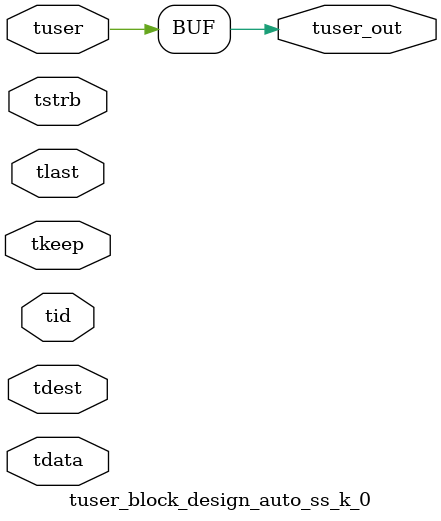
<source format=v>


`timescale 1ps/1ps

module tuser_block_design_auto_ss_k_0 #
(
parameter C_S_AXIS_TUSER_WIDTH = 1,
parameter C_S_AXIS_TDATA_WIDTH = 32,
parameter C_S_AXIS_TID_WIDTH   = 0,
parameter C_S_AXIS_TDEST_WIDTH = 0,
parameter C_M_AXIS_TUSER_WIDTH = 1
)
(
input  [(C_S_AXIS_TUSER_WIDTH == 0 ? 1 : C_S_AXIS_TUSER_WIDTH)-1:0     ] tuser,
input  [(C_S_AXIS_TDATA_WIDTH == 0 ? 1 : C_S_AXIS_TDATA_WIDTH)-1:0     ] tdata,
input  [(C_S_AXIS_TID_WIDTH   == 0 ? 1 : C_S_AXIS_TID_WIDTH)-1:0       ] tid,
input  [(C_S_AXIS_TDEST_WIDTH == 0 ? 1 : C_S_AXIS_TDEST_WIDTH)-1:0     ] tdest,
input  [(C_S_AXIS_TDATA_WIDTH/8)-1:0 ] tkeep,
input  [(C_S_AXIS_TDATA_WIDTH/8)-1:0 ] tstrb,
input                                                                    tlast,
output [C_M_AXIS_TUSER_WIDTH-1:0] tuser_out
);

assign tuser_out = {tuser[3:0]};

endmodule


</source>
